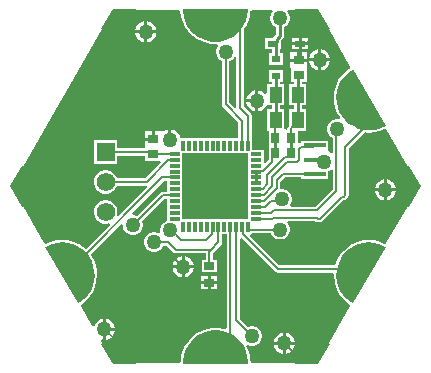
<source format=gbr>
G04*
G04 #@! TF.GenerationSoftware,Altium Limited,Altium Designer,25.8.1 (18)*
G04*
G04 Layer_Physical_Order=2*
G04 Layer_Color=16711680*
%FSLAX44Y44*%
%MOMM*%
G71*
G04*
G04 #@! TF.SameCoordinates,1A4DDBEB-C1CA-4CE2-9A89-746601BF3F7A*
G04*
G04*
G04 #@! TF.FilePolarity,Positive*
G04*
G01*
G75*
%ADD13C,0.2540*%
%ADD16R,0.9500X0.8000*%
%ADD17R,0.6400X0.8900*%
G04:AMPARAMS|DCode=20|XSize=1mm|YSize=1mm|CornerRadius=0.5mm|HoleSize=0mm|Usage=FLASHONLY|Rotation=300.000|XOffset=0mm|YOffset=0mm|HoleType=Round|Shape=RoundedRectangle|*
%AMROUNDEDRECTD20*
21,1,1.0000,0.0000,0,0,300.0*
21,1,0.0000,1.0000,0,0,300.0*
1,1,1.0000,0.0000,0.0000*
1,1,1.0000,0.0000,0.0000*
1,1,1.0000,0.0000,0.0000*
1,1,1.0000,0.0000,0.0000*
%
%ADD20ROUNDEDRECTD20*%
G04:AMPARAMS|DCode=21|XSize=1mm|YSize=1mm|CornerRadius=0.5mm|HoleSize=0mm|Usage=FLASHONLY|Rotation=0.000|XOffset=0mm|YOffset=0mm|HoleType=Round|Shape=RoundedRectangle|*
%AMROUNDEDRECTD21*
21,1,1.0000,0.0000,0,0,0.0*
21,1,0.0000,1.0000,0,0,0.0*
1,1,1.0000,0.0000,0.0000*
1,1,1.0000,0.0000,0.0000*
1,1,1.0000,0.0000,0.0000*
1,1,1.0000,0.0000,0.0000*
%
%ADD21ROUNDEDRECTD21*%
G04:AMPARAMS|DCode=22|XSize=1mm|YSize=1mm|CornerRadius=0.5mm|HoleSize=0mm|Usage=FLASHONLY|Rotation=240.000|XOffset=0mm|YOffset=0mm|HoleType=Round|Shape=RoundedRectangle|*
%AMROUNDEDRECTD22*
21,1,1.0000,0.0000,0,0,240.0*
21,1,0.0000,1.0000,0,0,240.0*
1,1,1.0000,0.0000,0.0000*
1,1,1.0000,0.0000,0.0000*
1,1,1.0000,0.0000,0.0000*
1,1,1.0000,0.0000,0.0000*
%
%ADD22ROUNDEDRECTD22*%
%ADD29C,1.5700*%
%ADD30R,1.5700X1.5700*%
%ADD31C,0.2032*%
%ADD32C,1.2700*%
%ADD33R,5.7000X5.7000*%
%ADD34R,0.8900X0.6400*%
%ADD35R,1.9000X0.4001*%
%ADD36R,0.9000X0.5000*%
%ADD37R,0.3000X0.8500*%
%ADD38R,0.8500X0.3000*%
%ADD39R,1.0922X1.3970*%
%ADD40R,0.8000X0.6000*%
G36*
X27480Y150538D02*
X27520Y148348D01*
X26904Y144010D01*
X25609Y139824D01*
X23669Y135896D01*
X21131Y132324D01*
X18060Y129199D01*
X14534Y126599D01*
X10640Y124590D01*
X6478Y123222D01*
X2152Y122530D01*
X-2230Y122532D01*
X-6556Y123226D01*
X-10717Y124597D01*
X-14609Y126608D01*
X-18134Y129210D01*
X-21203Y132337D01*
X-23738Y135911D01*
X-25676Y139840D01*
X-26968Y144027D01*
X-27581Y148365D01*
X-27541Y150555D01*
X-27541Y150555D01*
X27480Y150538D01*
D02*
G37*
G36*
X96781Y133322D02*
X95909Y132789D01*
X114086Y101307D01*
X113772Y100179D01*
X113392Y99651D01*
X109942Y96951D01*
X109834Y96825D01*
X109700Y96728D01*
X106720Y93516D01*
X106633Y93375D01*
X106516Y93258D01*
X104082Y89615D01*
X104019Y89462D01*
X103922Y89328D01*
X102095Y85345D01*
X102057Y85184D01*
X101982Y85037D01*
X100808Y80815D01*
X100796Y80650D01*
X100746Y80493D01*
X100254Y76139D01*
X100268Y75974D01*
X100244Y75810D01*
X100448Y71434D01*
X100488Y71273D01*
X100489Y71107D01*
X101383Y66818D01*
X101448Y66666D01*
X101476Y66503D01*
X103037Y62409D01*
X103125Y62269D01*
X103178Y62112D01*
X105368Y58317D01*
X105477Y58192D01*
X105552Y58051D01*
X105546Y58034D01*
X104678Y56707D01*
X103974Y56896D01*
X101767D01*
X99635Y56325D01*
X97723Y55221D01*
X96163Y53661D01*
X95059Y51749D01*
X94488Y49618D01*
Y47410D01*
X95059Y45279D01*
X96163Y43367D01*
X97723Y41807D01*
X99254Y40923D01*
Y28512D01*
X97846Y27928D01*
X97661Y28114D01*
X95889Y29137D01*
X95485Y30584D01*
X95485D01*
X95485Y30584D01*
Y38648D01*
X72421D01*
Y36725D01*
X71304Y36503D01*
X71007Y36304D01*
X69483Y37119D01*
Y47080D01*
X70992Y47117D01*
X76962D01*
Y65151D01*
X72835D01*
Y68707D01*
X76962D01*
Y86741D01*
X72835D01*
Y88302D01*
X77140D01*
Y100294D01*
X77648D01*
Y105564D01*
X70358D01*
X63068D01*
Y100294D01*
X63576D01*
Y88302D01*
X66102D01*
Y86741D01*
X61976D01*
Y68707D01*
X66102D01*
Y65151D01*
X61976D01*
Y51512D01*
X61858Y51394D01*
X61184Y50386D01*
X60948Y49197D01*
Y48168D01*
X60380Y47767D01*
X58478Y48232D01*
X58420Y48356D01*
Y65151D01*
X54293D01*
Y68707D01*
X58420D01*
Y86741D01*
X54675D01*
Y88552D01*
X57340D01*
Y98616D01*
X45276D01*
Y88552D01*
X47941D01*
Y86741D01*
X43434D01*
Y78747D01*
X43259Y78622D01*
X41910Y78217D01*
X40578Y79548D01*
X38551Y80718D01*
X36390Y81297D01*
Y72434D01*
Y63571D01*
X38551Y64150D01*
X40578Y65320D01*
X42234Y66975D01*
X42562Y67544D01*
X43434Y68707D01*
X47560D01*
Y65151D01*
X43434D01*
Y47117D01*
X43510D01*
X45019Y47080D01*
Y34116D01*
Y26014D01*
X44959Y25714D01*
Y22294D01*
X42306Y19640D01*
X40782Y20272D01*
Y31032D01*
X31040D01*
Y31040D01*
X31032D01*
Y40782D01*
X30608D01*
Y59876D01*
X30371Y61065D01*
X29697Y62074D01*
X23936Y67835D01*
Y132694D01*
X25358Y134696D01*
X25426Y134847D01*
X25526Y134978D01*
X27467Y138906D01*
X27510Y139066D01*
X27589Y139212D01*
X28883Y143398D01*
X28900Y143562D01*
X28955Y143719D01*
X29571Y148056D01*
X29902Y148702D01*
X30645Y149458D01*
X47819D01*
X48450Y147934D01*
X47903Y147387D01*
X46799Y145475D01*
X46228Y143343D01*
Y141137D01*
X46799Y139005D01*
X47903Y137093D01*
X49463Y135533D01*
X51243Y134505D01*
Y128903D01*
X49802Y127461D01*
X49072Y126369D01*
X48886Y125436D01*
X42166D01*
Y116372D01*
X47941D01*
Y112616D01*
X45276D01*
Y102552D01*
X57340D01*
Y112616D01*
X54675D01*
Y116372D01*
X55230D01*
Y121006D01*
X55293Y121100D01*
X55549Y122388D01*
Y123686D01*
X56991Y125127D01*
X57720Y126220D01*
X57977Y127508D01*
Y134505D01*
X59757Y135533D01*
X61317Y137093D01*
X62421Y139005D01*
X62992Y141137D01*
Y143343D01*
X62421Y145475D01*
X61317Y147387D01*
X60770Y147934D01*
X61401Y149458D01*
X67078D01*
X67106Y150500D01*
X86888D01*
X96781Y133322D01*
D02*
G37*
G36*
X17720Y109529D02*
Y66808D01*
X17099Y66368D01*
X16251Y66122D01*
X11744Y70629D01*
Y106133D01*
X12125Y106235D01*
X14037Y107339D01*
X15597Y108899D01*
X16196Y109937D01*
X17720Y109529D01*
D02*
G37*
G36*
X144082Y51421D02*
X142205Y50292D01*
X138140Y48656D01*
X133868Y47684D01*
X129496Y47400D01*
X125134Y47812D01*
X120892Y48909D01*
X116877Y50663D01*
X113190Y53031D01*
X109925Y55951D01*
X107162Y59352D01*
X104973Y63147D01*
X103411Y67241D01*
X102517Y71530D01*
X102313Y75907D01*
X102804Y80260D01*
X103978Y84482D01*
X105805Y88464D01*
X108239Y92107D01*
X111219Y95319D01*
X114669Y98019D01*
X116586Y99079D01*
X116586D01*
X144082Y51421D01*
D02*
G37*
G36*
X144775Y48151D02*
X162970Y16636D01*
X163860Y17118D01*
X163860Y17118D01*
X173750Y-13D01*
X163820Y-17170D01*
X162939Y-16690D01*
X144744Y-48204D01*
X143872Y-48429D01*
X143025Y-48425D01*
X138961Y-46787D01*
X138799Y-46757D01*
X138648Y-46689D01*
X134376Y-45714D01*
X134211Y-45710D01*
X134051Y-45667D01*
X129679Y-45381D01*
X129514Y-45402D01*
X129350Y-45385D01*
X124987Y-45794D01*
X124829Y-45842D01*
X124664Y-45851D01*
X120421Y-46945D01*
X120272Y-47017D01*
X120110Y-47052D01*
X116094Y-48804D01*
X115958Y-48898D01*
X115804Y-48959D01*
X112116Y-51324D01*
X111997Y-51439D01*
X111854Y-51523D01*
X108587Y-54441D01*
X108487Y-54574D01*
X108359Y-54679D01*
X105595Y-58078D01*
X105518Y-58225D01*
X105408Y-58349D01*
X103216Y-62143D01*
X103163Y-62300D01*
X103075Y-62440D01*
X101511Y-66533D01*
X101483Y-66696D01*
X101463Y-66742D01*
X54077D01*
X29524Y-42190D01*
X30108Y-40782D01*
X31032D01*
Y-39684D01*
X46765D01*
X46799Y-39811D01*
X47903Y-41723D01*
X49463Y-43283D01*
X51375Y-44387D01*
X53506Y-44958D01*
X55714D01*
X57845Y-44387D01*
X59757Y-43283D01*
X61317Y-41723D01*
X62421Y-39811D01*
X62992Y-37680D01*
Y-35473D01*
X62421Y-33341D01*
X61317Y-31429D01*
X60936Y-31048D01*
X61567Y-29524D01*
X84311D01*
X84337Y-29550D01*
X85345Y-30224D01*
X86534Y-30460D01*
X88218D01*
X89407Y-30224D01*
X90415Y-29550D01*
X108221Y-11744D01*
X108538D01*
X109727Y-11507D01*
X110735Y-10833D01*
X111925Y-9643D01*
X112599Y-8635D01*
X112836Y-7446D01*
Y31987D01*
X126455Y45606D01*
X129301Y45338D01*
X129466Y45355D01*
X129630Y45333D01*
X134002Y45617D01*
X134162Y45659D01*
X134327Y45664D01*
X138600Y46636D01*
X138751Y46703D01*
X138913Y46734D01*
X142978Y48370D01*
X143601Y48454D01*
X144775Y48151D01*
D02*
G37*
G36*
X-67041Y150492D02*
X-67016Y149458D01*
X-30688D01*
X-30033Y148790D01*
X-29633Y148075D01*
X-29020Y143737D01*
X-28965Y143581D01*
X-28948Y143416D01*
X-27656Y139229D01*
X-27577Y139083D01*
X-27534Y138924D01*
X-25596Y134994D01*
X-25496Y134863D01*
X-25428Y134712D01*
X-22893Y131138D01*
X-22773Y131025D01*
X-22682Y130886D01*
X-19613Y127759D01*
X-19476Y127666D01*
X-19365Y127543D01*
X-15840Y124941D01*
X-15690Y124871D01*
X-15561Y124768D01*
X-11668Y122756D01*
X-11509Y122710D01*
X-11365Y122629D01*
X-7204Y121258D01*
X-7039Y121238D01*
X-6884Y121181D01*
X-2558Y120486D01*
X-2393Y120492D01*
X-2230Y120460D01*
X1294Y120459D01*
X1729Y119839D01*
X2034Y118934D01*
X1079Y117281D01*
X508Y115149D01*
Y112942D01*
X1079Y110811D01*
X2183Y108899D01*
X3743Y107339D01*
X5528Y106308D01*
Y69342D01*
X5765Y68153D01*
X6439Y67144D01*
X19392Y54191D01*
Y40782D01*
X-29718D01*
Y40794D01*
X-30324Y43055D01*
X-31494Y45083D01*
X-33149Y46738D01*
X-35177Y47908D01*
X-37338Y48487D01*
Y39624D01*
X-39878D01*
Y48487D01*
X-42039Y47908D01*
X-43878Y46847D01*
X-45288Y46572D01*
X-45288Y46572D01*
X-45288Y46572D01*
X-51308D01*
Y40032D01*
X-52578D01*
Y38762D01*
X-59868D01*
Y33492D01*
X-60453Y32210D01*
X-83121D01*
Y38984D01*
X-102885D01*
Y19220D01*
X-83121D01*
Y25994D01*
X-59360D01*
Y21500D01*
X-47111D01*
X-46480Y19976D01*
X-59646Y6810D01*
X-83605D01*
X-83795Y7516D01*
X-85096Y9770D01*
X-86936Y11610D01*
X-89189Y12911D01*
X-91702Y13584D01*
X-94304D01*
X-96818Y12911D01*
X-99071Y11610D01*
X-100911Y9770D01*
X-102212Y7516D01*
X-102885Y5003D01*
Y2401D01*
X-102212Y-112D01*
X-100911Y-2366D01*
X-99071Y-4205D01*
X-96818Y-5506D01*
X-94304Y-6180D01*
X-91702D01*
X-89189Y-5506D01*
X-86936Y-4205D01*
X-85096Y-2366D01*
X-83795Y-112D01*
X-83605Y594D01*
X-58358D01*
X-58355Y595D01*
X-57605Y-809D01*
X-82184Y-25389D01*
X-83550Y-24600D01*
X-83121Y-22999D01*
Y-20397D01*
X-83795Y-17883D01*
X-85096Y-15630D01*
X-86936Y-13790D01*
X-89189Y-12489D01*
X-91702Y-11816D01*
X-94304D01*
X-96818Y-12489D01*
X-99071Y-13790D01*
X-100911Y-15630D01*
X-102212Y-17883D01*
X-102885Y-20397D01*
Y-22999D01*
X-102212Y-25512D01*
X-100911Y-27766D01*
X-99071Y-29605D01*
X-96818Y-30906D01*
X-94304Y-31580D01*
X-91702D01*
X-90101Y-31151D01*
X-89312Y-32517D01*
X-109947Y-53152D01*
X-111809Y-51486D01*
X-111952Y-51402D01*
X-112071Y-51287D01*
X-115758Y-48920D01*
X-115912Y-48859D01*
X-116048Y-48765D01*
X-120063Y-47011D01*
X-120224Y-46975D01*
X-120373Y-46903D01*
X-124615Y-45806D01*
X-124781Y-45797D01*
X-124939Y-45750D01*
X-129301Y-45338D01*
X-129466Y-45355D01*
X-129630Y-45333D01*
X-134002Y-45617D01*
X-134162Y-45659D01*
X-134327Y-45664D01*
X-138600Y-46636D01*
X-138751Y-46703D01*
X-138913Y-46734D01*
X-142978Y-48370D01*
X-143600Y-48455D01*
X-144775Y-48151D01*
X-162970Y-16636D01*
X-163860Y-17118D01*
Y-17118D01*
X-173750Y13D01*
X-163820Y17170D01*
X-162939Y16690D01*
X-95878Y132843D01*
X-96756Y133382D01*
X-96756Y133382D01*
X-86865Y150513D01*
X-67041Y150492D01*
D02*
G37*
G36*
X99254Y13489D02*
Y-2523D01*
X84565Y-17212D01*
X63918D01*
X63315Y-15688D01*
X64199Y-14157D01*
X64770Y-12026D01*
Y-9819D01*
X64199Y-7687D01*
X63095Y-5775D01*
X61535Y-4215D01*
X59623Y-3111D01*
X57491Y-2540D01*
X56318D01*
X55115Y-1849D01*
X54924Y-1072D01*
Y3793D01*
X58641Y7510D01*
X72421D01*
Y6586D01*
X95485D01*
Y12676D01*
X95633Y12716D01*
X97661Y13886D01*
X97846Y14072D01*
X99254Y13489D01*
D02*
G37*
G36*
X-40782Y-4392D02*
X-44838D01*
X-46027Y-4629D01*
X-47035Y-5302D01*
X-66754Y-25021D01*
X-66869Y-24955D01*
X-69001Y-24384D01*
X-70234D01*
X-70865Y-22860D01*
X-43613Y4392D01*
X-40782D01*
Y-4392D01*
D02*
G37*
G36*
Y-21032D02*
Y-29355D01*
X-41589Y-29571D01*
X-43501Y-30675D01*
X-45061Y-32236D01*
X-46165Y-34147D01*
X-46736Y-36279D01*
Y-38486D01*
X-46690Y-38658D01*
X-47999Y-39662D01*
X-48835Y-39179D01*
X-50967Y-38608D01*
X-53173D01*
X-55305Y-39179D01*
X-57217Y-40283D01*
X-58777Y-41843D01*
X-59881Y-43755D01*
X-60452Y-45887D01*
Y-48094D01*
X-59881Y-50225D01*
X-58777Y-52137D01*
X-57217Y-53697D01*
X-55305Y-54801D01*
X-53173Y-55372D01*
X-50967D01*
X-48835Y-54801D01*
X-46923Y-53697D01*
X-45363Y-52137D01*
X-44259Y-50225D01*
X-44225Y-50098D01*
X-41572D01*
X-35878Y-55792D01*
X-34870Y-56465D01*
X-33681Y-56702D01*
X-8442D01*
Y-62332D01*
X-11816D01*
Y-72796D01*
X1148D01*
Y-62332D01*
X-2226D01*
Y-56535D01*
X-1483Y-55792D01*
X-1482Y-55791D01*
X4698Y-49611D01*
X5371Y-48603D01*
X5608Y-47414D01*
Y-40782D01*
X9392D01*
Y-120199D01*
X8158Y-121093D01*
X7204Y-120778D01*
X7039Y-120758D01*
X6884Y-120701D01*
X2558Y-120006D01*
X2393Y-120012D01*
X2230Y-119980D01*
X-2151Y-119978D01*
X-2314Y-120011D01*
X-2479Y-120005D01*
X-6805Y-120696D01*
X-6960Y-120754D01*
X-7125Y-120774D01*
X-11287Y-122142D01*
X-11431Y-122223D01*
X-11590Y-122269D01*
X-15484Y-124278D01*
X-15613Y-124381D01*
X-15763Y-124451D01*
X-19290Y-127051D01*
X-19402Y-127174D01*
X-19538Y-127267D01*
X-22609Y-130392D01*
X-22700Y-130531D01*
X-22820Y-130644D01*
X-25358Y-134216D01*
X-25426Y-134367D01*
X-25526Y-134498D01*
X-27467Y-138426D01*
X-27510Y-138586D01*
X-27589Y-138732D01*
X-28883Y-142918D01*
X-28900Y-143082D01*
X-28955Y-143239D01*
X-29571Y-147576D01*
X-29562Y-147742D01*
X-29591Y-147905D01*
X-29583Y-148371D01*
X-30651Y-149458D01*
X-67078D01*
X-67106Y-150500D01*
Y-150500D01*
X-86888D01*
X-96781Y-133322D01*
X-95910Y-132790D01*
X-97017Y-130872D01*
X-96013Y-129563D01*
X-95250Y-129767D01*
Y-120904D01*
Y-112041D01*
X-97411Y-112620D01*
X-99439Y-113790D01*
X-101094Y-115445D01*
X-102264Y-117473D01*
X-102495Y-118335D01*
X-104131Y-118550D01*
X-114086Y-101307D01*
X-113772Y-100178D01*
X-113392Y-99651D01*
X-109942Y-96951D01*
X-109834Y-96825D01*
X-109700Y-96728D01*
X-106720Y-93516D01*
X-106633Y-93375D01*
X-106516Y-93258D01*
X-104082Y-89615D01*
X-104019Y-89462D01*
X-103922Y-89328D01*
X-102095Y-85345D01*
X-102057Y-85184D01*
X-101982Y-85037D01*
X-100808Y-80815D01*
X-100796Y-80650D01*
X-100746Y-80493D01*
X-100255Y-76139D01*
X-100268Y-75974D01*
X-100244Y-75810D01*
X-100448Y-71434D01*
X-100488Y-71273D01*
X-100489Y-71107D01*
X-101383Y-66818D01*
X-101448Y-66666D01*
X-101476Y-66503D01*
X-103037Y-62409D01*
X-103125Y-62269D01*
X-103178Y-62112D01*
X-105368Y-58317D01*
X-105477Y-58192D01*
X-105554Y-58046D01*
X-105777Y-57772D01*
X-80010Y-32005D01*
X-78486Y-32636D01*
Y-33870D01*
X-77915Y-36001D01*
X-76811Y-37913D01*
X-75251Y-39473D01*
X-73339Y-40577D01*
X-71207Y-41148D01*
X-69001D01*
X-66869Y-40577D01*
X-64957Y-39473D01*
X-63397Y-37913D01*
X-62293Y-36001D01*
X-61722Y-33870D01*
Y-31662D01*
X-62293Y-29531D01*
X-62359Y-29416D01*
X-43551Y-10608D01*
X-40782D01*
Y-21032D01*
D02*
G37*
G36*
X-125134Y-47812D02*
X-120892Y-48909D01*
X-116877Y-50663D01*
X-113190Y-53031D01*
X-109925Y-55951D01*
X-107162Y-59352D01*
X-104973Y-63147D01*
X-103411Y-67241D01*
X-102517Y-71530D01*
X-102313Y-75907D01*
X-102804Y-80260D01*
X-103978Y-84482D01*
X-105805Y-88464D01*
X-108239Y-92107D01*
X-111219Y-95319D01*
X-114669Y-98019D01*
X-116586Y-99079D01*
Y-99079D01*
X-144082Y-51421D01*
X-142205Y-50292D01*
X-138140Y-48656D01*
X-133868Y-47684D01*
X-129496Y-47401D01*
X-125134Y-47812D01*
D02*
G37*
G36*
X133915Y-47734D02*
X138187Y-48709D01*
X142250Y-50347D01*
X144127Y-51477D01*
X116601Y-99118D01*
X114685Y-98057D01*
X111236Y-95355D01*
X108258Y-92141D01*
X105827Y-88497D01*
X104002Y-84513D01*
X102831Y-80291D01*
X102343Y-75937D01*
X102550Y-71561D01*
X103446Y-67272D01*
X105010Y-63179D01*
X107202Y-59386D01*
X109967Y-55987D01*
X113234Y-53068D01*
X116922Y-50703D01*
X120938Y-48951D01*
X125181Y-47857D01*
X129543Y-47448D01*
X133915Y-47734D01*
D02*
G37*
G36*
X50592Y-72048D02*
X51600Y-72721D01*
X52789Y-72958D01*
X99306D01*
X100358Y-74061D01*
X100273Y-75839D01*
X100298Y-76003D01*
X100284Y-76168D01*
X100772Y-80522D01*
X100822Y-80680D01*
X100835Y-80845D01*
X102006Y-85067D01*
X102080Y-85215D01*
X102119Y-85376D01*
X103943Y-89359D01*
X104040Y-89493D01*
X104103Y-89646D01*
X106535Y-93291D01*
X106652Y-93408D01*
X106739Y-93549D01*
X109716Y-96763D01*
X109850Y-96860D01*
X109958Y-96986D01*
X113407Y-99688D01*
X113806Y-100318D01*
X114082Y-101313D01*
X95878Y-132843D01*
X96756Y-133382D01*
X86865Y-150513D01*
X67041Y-150492D01*
X67016Y-149458D01*
X30712D01*
X29644Y-148371D01*
X29653Y-147923D01*
X29623Y-147760D01*
X29633Y-147595D01*
X29020Y-143257D01*
X28965Y-143100D01*
X28948Y-142936D01*
X27656Y-138749D01*
X27577Y-138603D01*
X27534Y-138444D01*
X25981Y-135294D01*
X27143Y-134205D01*
X27753Y-134557D01*
X29885Y-135128D01*
X32092D01*
X34223Y-134557D01*
X36135Y-133453D01*
X37695Y-131893D01*
X38799Y-129981D01*
X39370Y-127850D01*
Y-125642D01*
X38799Y-123511D01*
X37695Y-121599D01*
X36135Y-120039D01*
X34223Y-118935D01*
X32092Y-118364D01*
X29885D01*
X27753Y-118935D01*
X27638Y-119001D01*
X20608Y-111971D01*
Y-44218D01*
X22132Y-43587D01*
X50592Y-72048D01*
D02*
G37*
G36*
X2230Y-122052D02*
X6556Y-122746D01*
X10717Y-124117D01*
X14609Y-126128D01*
X18134Y-128730D01*
X21203Y-131857D01*
X23738Y-135431D01*
X25676Y-139360D01*
X26968Y-143547D01*
X27581Y-147885D01*
X27541Y-150075D01*
X-27480Y-150058D01*
X-27520Y-147868D01*
X-26904Y-143530D01*
X-25609Y-139344D01*
X-23669Y-135416D01*
X-21131Y-131844D01*
X-18061Y-128719D01*
X-14534Y-126119D01*
X-10640Y-124110D01*
X-6478Y-122742D01*
X-2152Y-122050D01*
X2230Y-122052D01*
D02*
G37*
%LPC*%
G36*
X78738Y125944D02*
X72968D01*
Y122174D01*
X78738D01*
Y125944D01*
D02*
G37*
G36*
X70428D02*
X64658D01*
Y122174D01*
X70428D01*
Y125944D01*
D02*
G37*
G36*
X78738Y119634D02*
X72968D01*
Y115864D01*
X78738D01*
Y119634D01*
D02*
G37*
G36*
X70428D02*
X64658D01*
Y115864D01*
X70428D01*
Y119634D01*
D02*
G37*
G36*
X89408Y116051D02*
Y108458D01*
X97001D01*
X96422Y110619D01*
X95252Y112647D01*
X93597Y114302D01*
X91569Y115472D01*
X89408Y116051D01*
D02*
G37*
G36*
X86868D02*
X84707Y115472D01*
X82679Y114302D01*
X81024Y112647D01*
X79854Y110619D01*
X79275Y108458D01*
X86868D01*
Y116051D01*
D02*
G37*
G36*
X77648Y113374D02*
X71628D01*
Y108104D01*
X77648D01*
Y113374D01*
D02*
G37*
G36*
X69088D02*
X63068D01*
Y108104D01*
X69088D01*
Y113374D01*
D02*
G37*
G36*
X97001Y105918D02*
X89408D01*
Y98325D01*
X91569Y98904D01*
X93597Y100074D01*
X95252Y101729D01*
X96422Y103757D01*
X97001Y105918D01*
D02*
G37*
G36*
X86868D02*
X79275D01*
X79854Y103757D01*
X81024Y101729D01*
X82679Y100074D01*
X84707Y98904D01*
X86868Y98325D01*
Y105918D01*
D02*
G37*
G36*
X33850Y81297D02*
X31688Y80718D01*
X29661Y79548D01*
X28006Y77893D01*
X26836Y75866D01*
X26257Y73704D01*
X33850D01*
Y81297D01*
D02*
G37*
G36*
Y71164D02*
X26257D01*
X26836Y69003D01*
X28006Y66975D01*
X29661Y65320D01*
X31688Y64150D01*
X33850Y63571D01*
Y71164D01*
D02*
G37*
G36*
X145034Y5815D02*
Y-1778D01*
X152627D01*
X152048Y383D01*
X150878Y2411D01*
X149223Y4066D01*
X147195Y5236D01*
X145034Y5815D01*
D02*
G37*
G36*
X142494D02*
X140333Y5236D01*
X138305Y4066D01*
X136650Y2411D01*
X135480Y383D01*
X134901Y-1778D01*
X142494D01*
Y5815D01*
D02*
G37*
G36*
X152627Y-4318D02*
X145034D01*
Y-11911D01*
X147195Y-11332D01*
X149223Y-10162D01*
X150878Y-8507D01*
X152048Y-6479D01*
X152627Y-4318D01*
D02*
G37*
G36*
X142494D02*
X134901D01*
X135480Y-6479D01*
X136650Y-8507D01*
X138305Y-10162D01*
X140333Y-11332D01*
X142494Y-11911D01*
Y-4318D01*
D02*
G37*
G36*
X-57658Y139673D02*
Y132080D01*
X-50065D01*
X-50644Y134241D01*
X-51814Y136269D01*
X-53469Y137924D01*
X-55497Y139094D01*
X-57658Y139673D01*
D02*
G37*
G36*
X-60198D02*
X-62359Y139094D01*
X-64387Y137924D01*
X-66042Y136269D01*
X-67212Y134241D01*
X-67791Y132080D01*
X-60198D01*
Y139673D01*
D02*
G37*
G36*
X-50065Y129540D02*
X-57658D01*
Y121947D01*
X-55497Y122526D01*
X-53469Y123696D01*
X-51814Y125351D01*
X-50644Y127379D01*
X-50065Y129540D01*
D02*
G37*
G36*
X-60198D02*
X-67791D01*
X-67212Y127379D01*
X-66042Y125351D01*
X-64387Y123696D01*
X-62359Y122526D01*
X-60198Y121947D01*
Y129540D01*
D02*
G37*
G36*
X-53848Y46572D02*
X-59868D01*
Y41302D01*
X-53848D01*
Y46572D01*
D02*
G37*
G36*
X-26162Y-59209D02*
Y-66802D01*
X-18569D01*
X-19148Y-64641D01*
X-20318Y-62613D01*
X-21973Y-60958D01*
X-24001Y-59788D01*
X-26162Y-59209D01*
D02*
G37*
G36*
X-28702D02*
X-30863Y-59788D01*
X-32891Y-60958D01*
X-34546Y-62613D01*
X-35716Y-64641D01*
X-36295Y-66802D01*
X-28702D01*
Y-59209D01*
D02*
G37*
G36*
X-18569Y-69342D02*
X-26162D01*
Y-76935D01*
X-24001Y-76356D01*
X-21973Y-75186D01*
X-20318Y-73531D01*
X-19148Y-71503D01*
X-18569Y-69342D01*
D02*
G37*
G36*
X-28702D02*
X-36295D01*
X-35716Y-71503D01*
X-34546Y-73531D01*
X-32891Y-75186D01*
X-30863Y-76356D01*
X-28702Y-76935D01*
Y-69342D01*
D02*
G37*
G36*
X1656Y-75824D02*
X-4064D01*
Y-80294D01*
X1656D01*
Y-75824D01*
D02*
G37*
G36*
X-6604D02*
X-12324D01*
Y-80294D01*
X-6604D01*
Y-75824D01*
D02*
G37*
G36*
X1656Y-82834D02*
X-4064D01*
Y-87304D01*
X1656D01*
Y-82834D01*
D02*
G37*
G36*
X-6604D02*
X-12324D01*
Y-87304D01*
X-6604D01*
Y-82834D01*
D02*
G37*
G36*
X-92710Y-112041D02*
Y-119634D01*
X-85117D01*
X-85696Y-117473D01*
X-86866Y-115445D01*
X-88521Y-113790D01*
X-90549Y-112620D01*
X-92710Y-112041D01*
D02*
G37*
G36*
X-85117Y-122174D02*
X-92710D01*
Y-129767D01*
X-90549Y-129188D01*
X-88521Y-128018D01*
X-86866Y-126363D01*
X-85696Y-124335D01*
X-85117Y-122174D01*
D02*
G37*
G36*
X59436Y-123979D02*
Y-131572D01*
X67029D01*
X66450Y-129411D01*
X65280Y-127383D01*
X63625Y-125728D01*
X61597Y-124558D01*
X59436Y-123979D01*
D02*
G37*
G36*
X56896D02*
X54735Y-124558D01*
X52707Y-125728D01*
X51052Y-127383D01*
X49882Y-129411D01*
X49303Y-131572D01*
X56896D01*
Y-123979D01*
D02*
G37*
G36*
X67029Y-134112D02*
X59436D01*
Y-141705D01*
X61597Y-141126D01*
X63625Y-139956D01*
X65280Y-138301D01*
X66450Y-136273D01*
X67029Y-134112D01*
D02*
G37*
G36*
X56896D02*
X49303D01*
X49882Y-136273D01*
X51052Y-138301D01*
X52707Y-139956D01*
X54735Y-141126D01*
X56896Y-141705D01*
Y-134112D01*
D02*
G37*
%LPD*%
D13*
X71698Y108174D02*
Y120904D01*
X69469Y77724D02*
Y93445D01*
Y56134D02*
Y77724D01*
X64251Y27898D02*
Y40598D01*
X50927Y56134D02*
Y77724D01*
X51308Y78105D02*
Y93584D01*
X34500Y2500D02*
Y7500D01*
Y12500D01*
X50251Y27898D02*
Y40598D01*
X54610Y127508D02*
Y142240D01*
X52182Y122388D02*
Y125080D01*
X54610Y127508D01*
X51308Y107584D02*
Y119420D01*
D16*
X-52578Y40032D02*
D03*
X70358Y106834D02*
D03*
Y94334D02*
D03*
X-52578Y27532D02*
D03*
D17*
X50251Y40598D02*
D03*
X64251D02*
D03*
X50251Y27898D02*
D03*
X64251D02*
D03*
D20*
X-165199Y-0D02*
D03*
X165199D02*
D03*
X123901Y-71601D02*
D03*
D21*
X-82601Y-143101D02*
D03*
X82601Y143101D02*
D03*
X123901Y71501D02*
D03*
X-123901Y-71501D02*
D03*
D22*
X-82601Y143101D02*
D03*
X82601Y-143101D02*
D03*
X-0Y143101D02*
D03*
Y-142621D02*
D03*
D29*
X-93003Y3702D02*
D03*
Y-21698D02*
D03*
D30*
Y29102D02*
D03*
D31*
X-123901Y-71501D02*
X-44900Y7500D01*
X-34500D01*
X-111095Y-50815D02*
X-110435Y-51406D01*
X-153812Y-11387D02*
X-111095Y-50815D01*
X-37592Y-57912D02*
X-27432Y-68072D01*
X-93537Y-57912D02*
X-37592D01*
X-40285Y-46990D02*
X-33681Y-53594D01*
X-3680D01*
X-52070Y-46990D02*
X-40285D01*
X-165199Y-0D02*
X-153812Y-11387D01*
X-38354Y-37382D02*
X-37199D01*
X-29290Y-45292D01*
X8636Y69342D02*
X22500Y55478D01*
Y34500D02*
Y55478D01*
X-82718Y-142985D02*
X-82601Y-143101D01*
X-82718Y-142985D02*
Y-132167D01*
X-93980Y-120904D02*
X-82718Y-132167D01*
X-75438Y137668D02*
Y137922D01*
X70358Y106834D02*
X71698Y108174D01*
Y120904D02*
X71952Y120650D01*
X76962D01*
X84074Y127762D01*
Y133604D01*
X58166Y-132842D02*
X68425Y-143101D01*
X82601D01*
X-82601Y143101D02*
X-70310Y130810D01*
X-58928D01*
X143764Y-3048D02*
X154343D01*
X157151Y-240D01*
X164958D01*
X165199Y-0D01*
X-8231Y-45292D02*
X-2952Y-40012D01*
Y-34952D01*
X-2500Y-34500D01*
X-29290Y-45292D02*
X-8231D01*
X34500Y-27500D02*
X48043D01*
X49127Y-26416D01*
X85598D01*
X86534Y-27352D01*
X88218D01*
X106934Y-8636D01*
X108538D01*
X109728Y-7446D02*
Y33274D01*
X126746Y50292D01*
X108538Y-8636D02*
X109728Y-7446D01*
X27500Y-36092D02*
X27984Y-36576D01*
X27500Y-36092D02*
Y-34500D01*
X27984Y-36576D02*
X54610D01*
X-34952Y22048D02*
X-34500Y22500D01*
X-93003Y3702D02*
X-58358D01*
X-40012Y22048D01*
X-34952D01*
X34500Y-7500D02*
X34952Y-7048D01*
X40760D01*
X47752Y-56D01*
X60461Y20400D02*
X68714D01*
X70612Y22298D01*
Y31750D01*
X72494Y33632D01*
X82969D01*
X83953Y34616D01*
X47752Y-56D02*
Y7691D01*
X60461Y20400D01*
X34500Y-22500D02*
X47296D01*
X49476Y-20320D01*
X85852D01*
X102362Y48006D02*
X102870Y48514D01*
X85852Y-20320D02*
X102362Y-3810D01*
Y48006D01*
X17500Y-113258D02*
X30988Y-126746D01*
X17500Y-113258D02*
Y-34500D01*
X27500Y34500D02*
Y59876D01*
X20828Y66548D02*
X27500Y59876D01*
X20828Y66548D02*
Y135128D01*
X69469Y93445D02*
X70358Y94334D01*
X64056Y29361D02*
Y49197D01*
X69469Y54610D01*
Y56134D01*
X34500Y-2500D02*
X34952Y-2048D01*
X40013D02*
X43688Y1628D01*
X64251Y26696D02*
Y27898D01*
X62067Y24512D02*
X64251Y26696D01*
X58826Y24512D02*
X62067D01*
X43688Y9374D02*
X58826Y24512D01*
X43688Y1628D02*
Y9374D01*
X34952Y-2048D02*
X40013D01*
X-5334Y-67564D02*
Y-55248D01*
X2500Y-47414D02*
Y-34500D01*
X-3680Y-53594D02*
X2500Y-47414D01*
X-5334Y-55248D02*
X-3680Y-53594D01*
X-70104Y-32766D02*
X-44838Y-7500D01*
X-35405D01*
X-34952Y-7952D01*
X8636Y69342D02*
Y113792D01*
X8890Y114046D01*
X34500Y-12500D02*
X41055D01*
X51816Y-1739D01*
Y5080D01*
X57354Y10618D01*
X83953D01*
X22952Y-40012D02*
Y-34952D01*
X22500Y-34500D02*
X22952Y-34952D01*
Y-40012D02*
X52789Y-69850D01*
X107950D01*
X-93003Y29102D02*
X-54148D01*
X-52578Y27532D01*
X-52546Y27500D01*
X-34500D01*
X50927Y77724D02*
X51308Y78105D01*
X50056Y55263D02*
X50927Y56134D01*
X50056Y29361D02*
Y55263D01*
X34500Y12500D02*
X34952Y12952D01*
X40013D01*
X48067Y21006D01*
Y25714D01*
X50251Y27898D01*
X54471Y-12839D02*
X56388Y-10922D01*
X46990Y-12839D02*
X54471D01*
X42329Y-17500D02*
X46990Y-12839D01*
X34500Y-17500D02*
X42329D01*
X12500Y-127454D02*
Y-34500D01*
X12192Y-127762D02*
X12500Y-127454D01*
X50698Y120904D02*
X52182Y122388D01*
X48698Y120904D02*
X50698D01*
D32*
X-0Y-0D02*
D03*
X-52070Y-46990D02*
D03*
X-27432Y-68072D02*
D03*
X-38354Y-37382D02*
D03*
X-38608Y39624D02*
D03*
X-93980Y-120904D02*
D03*
X35120Y72434D02*
D03*
X88138Y107188D02*
D03*
X92202Y21000D02*
D03*
X58166Y-132842D02*
D03*
X-58928Y130810D02*
D03*
X143764Y-3048D02*
D03*
X54610Y-36576D02*
D03*
X102870Y48514D02*
D03*
X30988Y-126746D02*
D03*
X-70104Y-32766D02*
D03*
X8890Y114046D02*
D03*
X56388Y-10922D02*
D03*
X54610Y142240D02*
D03*
D33*
X-0Y-0D02*
D03*
D34*
X-5334Y-81564D02*
D03*
Y-67564D02*
D03*
D35*
X83953Y22617D02*
D03*
Y34616D02*
D03*
Y10618D02*
D03*
D36*
X71698Y120904D02*
D03*
X48698D02*
D03*
D37*
X-2500Y-34500D02*
D03*
X27500Y34500D02*
D03*
X-7500D02*
D03*
X-2500D02*
D03*
X17500D02*
D03*
X12500D02*
D03*
X7500D02*
D03*
X2500D02*
D03*
X-12500D02*
D03*
X-17500D02*
D03*
X-22500D02*
D03*
X-27500D02*
D03*
Y-34500D02*
D03*
X-22500D02*
D03*
X-17500D02*
D03*
X-12500D02*
D03*
X-7500D02*
D03*
X2500D02*
D03*
X7500D02*
D03*
X12500D02*
D03*
X17500D02*
D03*
X22500D02*
D03*
X27500D02*
D03*
X22500Y34500D02*
D03*
D38*
X-34500Y27500D02*
D03*
Y22500D02*
D03*
Y17500D02*
D03*
Y12500D02*
D03*
Y7500D02*
D03*
Y2500D02*
D03*
Y-2500D02*
D03*
Y-7500D02*
D03*
Y-12500D02*
D03*
Y-17500D02*
D03*
Y-22500D02*
D03*
Y-27500D02*
D03*
X34500Y-22500D02*
D03*
Y-17500D02*
D03*
Y-12500D02*
D03*
Y-7500D02*
D03*
Y17500D02*
D03*
Y22500D02*
D03*
Y27500D02*
D03*
Y-27500D02*
D03*
Y2500D02*
D03*
Y7500D02*
D03*
Y12500D02*
D03*
Y-2500D02*
D03*
D39*
X69469Y77724D02*
D03*
Y56134D02*
D03*
X50927Y77724D02*
D03*
Y56134D02*
D03*
D40*
X51308Y93584D02*
D03*
Y107584D02*
D03*
M02*

</source>
